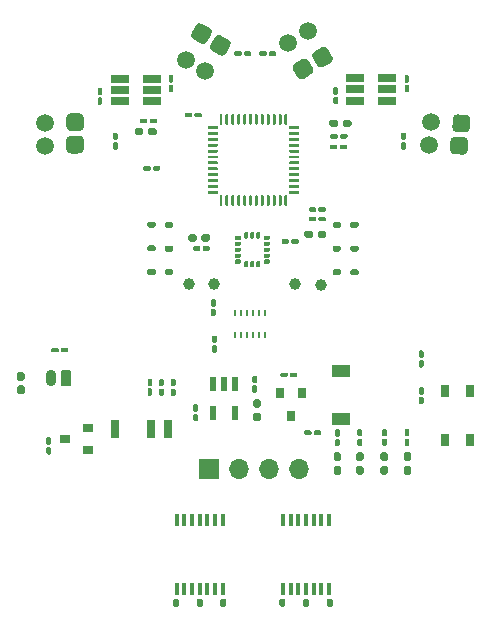
<source format=gts>
G04 #@! TF.GenerationSoftware,KiCad,Pcbnew,(5.1.7)-1*
G04 #@! TF.CreationDate,2021-02-27T16:19:37+09:00*
G04 #@! TF.ProjectId,lapis,6c617069-732e-46b6-9963-61645f706362,rev?*
G04 #@! TF.SameCoordinates,Original*
G04 #@! TF.FileFunction,Soldermask,Top*
G04 #@! TF.FilePolarity,Negative*
%FSLAX46Y46*%
G04 Gerber Fmt 4.6, Leading zero omitted, Abs format (unit mm)*
G04 Created by KiCad (PCBNEW (5.1.7)-1) date 2021-02-27 16:19:37*
%MOMM*%
%LPD*%
G01*
G04 APERTURE LIST*
%ADD10R,0.650000X1.050000*%
%ADD11C,1.500000*%
%ADD12R,0.450000X1.000000*%
%ADD13R,0.250000X0.500000*%
%ADD14R,0.600000X1.200000*%
%ADD15R,0.700000X1.500000*%
%ADD16C,1.000000*%
%ADD17R,0.800000X0.900000*%
%ADD18R,0.900000X0.800000*%
%ADD19R,1.560000X0.650000*%
%ADD20R,1.600000X1.000000*%
%ADD21O,1.700000X1.700000*%
%ADD22R,1.700000X1.700000*%
%ADD23O,0.900000X1.400000*%
G04 APERTURE END LIST*
D10*
X161525000Y-119875000D03*
X161525000Y-115725000D03*
X163675000Y-119875000D03*
X163675000Y-115725000D03*
D11*
X160161547Y-94911355D03*
G36*
G01*
X163462631Y-94651403D02*
X163436456Y-95400946D01*
G75*
G02*
X163048597Y-95762631I-374772J13087D01*
G01*
X162299054Y-95736456D01*
G75*
G02*
X161937369Y-95348597I13087J374772D01*
G01*
X161963544Y-94599054D01*
G75*
G02*
X162351403Y-94237369I374772J-13087D01*
G01*
X163100946Y-94263544D01*
G75*
G02*
X163462631Y-94651403I-13087J-374772D01*
G01*
G37*
G36*
G01*
X150199760Y-88962020D02*
X149550240Y-89337020D01*
G75*
G02*
X149037980Y-89199760I-187500J324760D01*
G01*
X148662980Y-88550240D01*
G75*
G02*
X148800240Y-88037980I324760J187500D01*
G01*
X149449760Y-87662980D01*
G75*
G02*
X149962020Y-87800240I187500J-324760D01*
G01*
X150337020Y-88449760D01*
G75*
G02*
X150199760Y-88962020I-324760J-187500D01*
G01*
G37*
X148230000Y-86300295D03*
X141230000Y-88699705D03*
G36*
G01*
X142550240Y-85662980D02*
X143199760Y-86037980D01*
G75*
G02*
X143337020Y-86550240I-187500J-324760D01*
G01*
X142962020Y-87199760D01*
G75*
G02*
X142449760Y-87337020I-324760J187500D01*
G01*
X141800240Y-86962020D01*
G75*
G02*
X141662980Y-86449760I187500J324760D01*
G01*
X142037980Y-85800240D01*
G75*
G02*
X142550240Y-85662980I324760J-187500D01*
G01*
G37*
X127661547Y-94988645D03*
G36*
G01*
X130936456Y-94499054D02*
X130962631Y-95248597D01*
G75*
G02*
X130600946Y-95636456I-374772J-13087D01*
G01*
X129851403Y-95662631D01*
G75*
G02*
X129463544Y-95300946I-13087J374772D01*
G01*
X129437369Y-94551403D01*
G75*
G02*
X129799054Y-94163544I374772J13087D01*
G01*
X130548597Y-94137369D01*
G75*
G02*
X130936456Y-94499054I13087J-374772D01*
G01*
G37*
G36*
G01*
X130936456Y-92599054D02*
X130962631Y-93348597D01*
G75*
G02*
X130600946Y-93736456I-374772J-13087D01*
G01*
X129851403Y-93762631D01*
G75*
G02*
X129463544Y-93400946I-13087J374772D01*
G01*
X129437369Y-92651403D01*
G75*
G02*
X129799054Y-92263544I374772J13087D01*
G01*
X130548597Y-92237369D01*
G75*
G02*
X130936456Y-92599054I13087J-374772D01*
G01*
G37*
X127661547Y-93088645D03*
G36*
G01*
X151844760Y-87957020D02*
X151195240Y-88332020D01*
G75*
G02*
X150682980Y-88194760I-187500J324760D01*
G01*
X150307980Y-87545240D01*
G75*
G02*
X150445240Y-87032980I324760J187500D01*
G01*
X151094760Y-86657980D01*
G75*
G02*
X151607020Y-86795240I187500J-324760D01*
G01*
X151982020Y-87444760D01*
G75*
G02*
X151844760Y-87957020I-324760J-187500D01*
G01*
G37*
X149875000Y-85295295D03*
X139630000Y-87699705D03*
G36*
G01*
X140950240Y-84662980D02*
X141599760Y-85037980D01*
G75*
G02*
X141737020Y-85550240I-187500J-324760D01*
G01*
X141362020Y-86199760D01*
G75*
G02*
X140849760Y-86337020I-324760J187500D01*
G01*
X140200240Y-85962020D01*
G75*
G02*
X140062980Y-85449760I187500J324760D01*
G01*
X140437980Y-84800240D01*
G75*
G02*
X140950240Y-84662980I324760J-187500D01*
G01*
G37*
X160361547Y-93011355D03*
G36*
G01*
X163662631Y-92751403D02*
X163636456Y-93500946D01*
G75*
G02*
X163248597Y-93862631I-374772J13087D01*
G01*
X162499054Y-93836456D01*
G75*
G02*
X162137369Y-93448597I13087J374772D01*
G01*
X162163544Y-92699054D01*
G75*
G02*
X162551403Y-92337369I374772J-13087D01*
G01*
X163300946Y-92363544D01*
G75*
G02*
X163662631Y-92751403I-13087J-374772D01*
G01*
G37*
D12*
X151700000Y-132538000D03*
X151050000Y-132538000D03*
X150400000Y-132538000D03*
X149750000Y-132538000D03*
X149100000Y-132538000D03*
X148450000Y-132538000D03*
X147800000Y-132538000D03*
X147800000Y-126662000D03*
X148450000Y-126662000D03*
X149100000Y-126662000D03*
X149750000Y-126662000D03*
X150400000Y-126662000D03*
X151050000Y-126662000D03*
X151700000Y-126662000D03*
X142700000Y-132538000D03*
X142050000Y-132538000D03*
X141400000Y-132538000D03*
X140750000Y-132538000D03*
X140100000Y-132538000D03*
X139450000Y-132538000D03*
X138800000Y-132538000D03*
X138800000Y-126662000D03*
X139450000Y-126662000D03*
X140100000Y-126662000D03*
X140750000Y-126662000D03*
X141400000Y-126662000D03*
X142050000Y-126662000D03*
X142700000Y-126662000D03*
D13*
X143740000Y-109140000D03*
X144240000Y-109140000D03*
X144740000Y-109140000D03*
X145240000Y-109140000D03*
X145740000Y-109140000D03*
X146240000Y-109140000D03*
X146240000Y-111040000D03*
X145740000Y-111040000D03*
X145240000Y-111040000D03*
X144740000Y-111040000D03*
X144240000Y-111040000D03*
X143740000Y-111040000D03*
D14*
X143750000Y-117650000D03*
X141850000Y-117650000D03*
X141850000Y-115150000D03*
X142800000Y-115150000D03*
X143750000Y-115150000D03*
D15*
X138090000Y-118980000D03*
X136590000Y-118980000D03*
X133590000Y-118980000D03*
G36*
G01*
X152240000Y-122090000D02*
X152560000Y-122090000D01*
G75*
G02*
X152720000Y-122250000I0J-160000D01*
G01*
X152720000Y-122695000D01*
G75*
G02*
X152560000Y-122855000I-160000J0D01*
G01*
X152240000Y-122855000D01*
G75*
G02*
X152080000Y-122695000I0J160000D01*
G01*
X152080000Y-122250000D01*
G75*
G02*
X152240000Y-122090000I160000J0D01*
G01*
G37*
G36*
G01*
X152240000Y-120945000D02*
X152560000Y-120945000D01*
G75*
G02*
X152720000Y-121105000I0J-160000D01*
G01*
X152720000Y-121550000D01*
G75*
G02*
X152560000Y-121710000I-160000J0D01*
G01*
X152240000Y-121710000D01*
G75*
G02*
X152080000Y-121550000I0J160000D01*
G01*
X152080000Y-121105000D01*
G75*
G02*
X152240000Y-120945000I160000J0D01*
G01*
G37*
G36*
G01*
X140110000Y-92300000D02*
X140110000Y-92500000D01*
G75*
G02*
X140010000Y-92600000I-100000J0D01*
G01*
X139575000Y-92600000D01*
G75*
G02*
X139475000Y-92500000I0J100000D01*
G01*
X139475000Y-92300000D01*
G75*
G02*
X139575000Y-92200000I100000J0D01*
G01*
X140010000Y-92200000D01*
G75*
G02*
X140110000Y-92300000I0J-100000D01*
G01*
G37*
G36*
G01*
X140925000Y-92300000D02*
X140925000Y-92500000D01*
G75*
G02*
X140825000Y-92600000I-100000J0D01*
G01*
X140390000Y-92600000D01*
G75*
G02*
X140290000Y-92500000I0J100000D01*
G01*
X140290000Y-92300000D01*
G75*
G02*
X140390000Y-92200000I100000J0D01*
G01*
X140825000Y-92200000D01*
G75*
G02*
X140925000Y-92300000I0J-100000D01*
G01*
G37*
G36*
G01*
X152590000Y-95200000D02*
X152590000Y-95000000D01*
G75*
G02*
X152690000Y-94900000I100000J0D01*
G01*
X153125000Y-94900000D01*
G75*
G02*
X153225000Y-95000000I0J-100000D01*
G01*
X153225000Y-95200000D01*
G75*
G02*
X153125000Y-95300000I-100000J0D01*
G01*
X152690000Y-95300000D01*
G75*
G02*
X152590000Y-95200000I0J100000D01*
G01*
G37*
G36*
G01*
X151775000Y-95200000D02*
X151775000Y-95000000D01*
G75*
G02*
X151875000Y-94900000I100000J0D01*
G01*
X152310000Y-94900000D01*
G75*
G02*
X152410000Y-95000000I0J-100000D01*
G01*
X152410000Y-95200000D01*
G75*
G02*
X152310000Y-95300000I-100000J0D01*
G01*
X151875000Y-95300000D01*
G75*
G02*
X151775000Y-95200000I0J100000D01*
G01*
G37*
G36*
G01*
X144525000Y-102762500D02*
X144525000Y-102387500D01*
G75*
G02*
X144612500Y-102300000I87500J0D01*
G01*
X144787500Y-102300000D01*
G75*
G02*
X144875000Y-102387500I0J-87500D01*
G01*
X144875000Y-102762500D01*
G75*
G02*
X144787500Y-102850000I-87500J0D01*
G01*
X144612500Y-102850000D01*
G75*
G02*
X144525000Y-102762500I0J87500D01*
G01*
G37*
G36*
G01*
X145025000Y-102762500D02*
X145025000Y-102387500D01*
G75*
G02*
X145112500Y-102300000I87500J0D01*
G01*
X145287500Y-102300000D01*
G75*
G02*
X145375000Y-102387500I0J-87500D01*
G01*
X145375000Y-102762500D01*
G75*
G02*
X145287500Y-102850000I-87500J0D01*
G01*
X145112500Y-102850000D01*
G75*
G02*
X145025000Y-102762500I0J87500D01*
G01*
G37*
G36*
G01*
X145525000Y-102762500D02*
X145525000Y-102387500D01*
G75*
G02*
X145612500Y-102300000I87500J0D01*
G01*
X145787500Y-102300000D01*
G75*
G02*
X145875000Y-102387500I0J-87500D01*
G01*
X145875000Y-102762500D01*
G75*
G02*
X145787500Y-102850000I-87500J0D01*
G01*
X145612500Y-102850000D01*
G75*
G02*
X145525000Y-102762500I0J87500D01*
G01*
G37*
G36*
G01*
X146150000Y-102887500D02*
X146150000Y-102712500D01*
G75*
G02*
X146237500Y-102625000I87500J0D01*
G01*
X146612500Y-102625000D01*
G75*
G02*
X146700000Y-102712500I0J-87500D01*
G01*
X146700000Y-102887500D01*
G75*
G02*
X146612500Y-102975000I-87500J0D01*
G01*
X146237500Y-102975000D01*
G75*
G02*
X146150000Y-102887500I0J87500D01*
G01*
G37*
G36*
G01*
X146150000Y-103387500D02*
X146150000Y-103212500D01*
G75*
G02*
X146237500Y-103125000I87500J0D01*
G01*
X146612500Y-103125000D01*
G75*
G02*
X146700000Y-103212500I0J-87500D01*
G01*
X146700000Y-103387500D01*
G75*
G02*
X146612500Y-103475000I-87500J0D01*
G01*
X146237500Y-103475000D01*
G75*
G02*
X146150000Y-103387500I0J87500D01*
G01*
G37*
G36*
G01*
X146150000Y-103887500D02*
X146150000Y-103712500D01*
G75*
G02*
X146237500Y-103625000I87500J0D01*
G01*
X146612500Y-103625000D01*
G75*
G02*
X146700000Y-103712500I0J-87500D01*
G01*
X146700000Y-103887500D01*
G75*
G02*
X146612500Y-103975000I-87500J0D01*
G01*
X146237500Y-103975000D01*
G75*
G02*
X146150000Y-103887500I0J87500D01*
G01*
G37*
G36*
G01*
X146150000Y-104387500D02*
X146150000Y-104212500D01*
G75*
G02*
X146237500Y-104125000I87500J0D01*
G01*
X146612500Y-104125000D01*
G75*
G02*
X146700000Y-104212500I0J-87500D01*
G01*
X146700000Y-104387500D01*
G75*
G02*
X146612500Y-104475000I-87500J0D01*
G01*
X146237500Y-104475000D01*
G75*
G02*
X146150000Y-104387500I0J87500D01*
G01*
G37*
G36*
G01*
X146150000Y-104887500D02*
X146150000Y-104712500D01*
G75*
G02*
X146237500Y-104625000I87500J0D01*
G01*
X146612500Y-104625000D01*
G75*
G02*
X146700000Y-104712500I0J-87500D01*
G01*
X146700000Y-104887500D01*
G75*
G02*
X146612500Y-104975000I-87500J0D01*
G01*
X146237500Y-104975000D01*
G75*
G02*
X146150000Y-104887500I0J87500D01*
G01*
G37*
G36*
G01*
X145525000Y-105212500D02*
X145525000Y-104837500D01*
G75*
G02*
X145612500Y-104750000I87500J0D01*
G01*
X145787500Y-104750000D01*
G75*
G02*
X145875000Y-104837500I0J-87500D01*
G01*
X145875000Y-105212500D01*
G75*
G02*
X145787500Y-105300000I-87500J0D01*
G01*
X145612500Y-105300000D01*
G75*
G02*
X145525000Y-105212500I0J87500D01*
G01*
G37*
G36*
G01*
X145025000Y-105212500D02*
X145025000Y-104837500D01*
G75*
G02*
X145112500Y-104750000I87500J0D01*
G01*
X145287500Y-104750000D01*
G75*
G02*
X145375000Y-104837500I0J-87500D01*
G01*
X145375000Y-105212500D01*
G75*
G02*
X145287500Y-105300000I-87500J0D01*
G01*
X145112500Y-105300000D01*
G75*
G02*
X145025000Y-105212500I0J87500D01*
G01*
G37*
G36*
G01*
X144525000Y-105212500D02*
X144525000Y-104837500D01*
G75*
G02*
X144612500Y-104750000I87500J0D01*
G01*
X144787500Y-104750000D01*
G75*
G02*
X144875000Y-104837500I0J-87500D01*
G01*
X144875000Y-105212500D01*
G75*
G02*
X144787500Y-105300000I-87500J0D01*
G01*
X144612500Y-105300000D01*
G75*
G02*
X144525000Y-105212500I0J87500D01*
G01*
G37*
G36*
G01*
X143700000Y-104887500D02*
X143700000Y-104712500D01*
G75*
G02*
X143787500Y-104625000I87500J0D01*
G01*
X144162500Y-104625000D01*
G75*
G02*
X144250000Y-104712500I0J-87500D01*
G01*
X144250000Y-104887500D01*
G75*
G02*
X144162500Y-104975000I-87500J0D01*
G01*
X143787500Y-104975000D01*
G75*
G02*
X143700000Y-104887500I0J87500D01*
G01*
G37*
G36*
G01*
X143700000Y-104387500D02*
X143700000Y-104212500D01*
G75*
G02*
X143787500Y-104125000I87500J0D01*
G01*
X144162500Y-104125000D01*
G75*
G02*
X144250000Y-104212500I0J-87500D01*
G01*
X144250000Y-104387500D01*
G75*
G02*
X144162500Y-104475000I-87500J0D01*
G01*
X143787500Y-104475000D01*
G75*
G02*
X143700000Y-104387500I0J87500D01*
G01*
G37*
G36*
G01*
X143700000Y-103887500D02*
X143700000Y-103712500D01*
G75*
G02*
X143787500Y-103625000I87500J0D01*
G01*
X144162500Y-103625000D01*
G75*
G02*
X144250000Y-103712500I0J-87500D01*
G01*
X144250000Y-103887500D01*
G75*
G02*
X144162500Y-103975000I-87500J0D01*
G01*
X143787500Y-103975000D01*
G75*
G02*
X143700000Y-103887500I0J87500D01*
G01*
G37*
G36*
G01*
X143700000Y-103387500D02*
X143700000Y-103212500D01*
G75*
G02*
X143787500Y-103125000I87500J0D01*
G01*
X144162500Y-103125000D01*
G75*
G02*
X144250000Y-103212500I0J-87500D01*
G01*
X144250000Y-103387500D01*
G75*
G02*
X144162500Y-103475000I-87500J0D01*
G01*
X143787500Y-103475000D01*
G75*
G02*
X143700000Y-103387500I0J87500D01*
G01*
G37*
G36*
G01*
X143700000Y-102887500D02*
X143700000Y-102712500D01*
G75*
G02*
X143787500Y-102625000I87500J0D01*
G01*
X144162500Y-102625000D01*
G75*
G02*
X144250000Y-102712500I0J-87500D01*
G01*
X144250000Y-102887500D01*
G75*
G02*
X144162500Y-102975000I-87500J0D01*
G01*
X143787500Y-102975000D01*
G75*
G02*
X143700000Y-102887500I0J87500D01*
G01*
G37*
G36*
G01*
X142425000Y-93137500D02*
X142425000Y-92387500D01*
G75*
G02*
X142487500Y-92325000I62500J0D01*
G01*
X142612500Y-92325000D01*
G75*
G02*
X142675000Y-92387500I0J-62500D01*
G01*
X142675000Y-93137500D01*
G75*
G02*
X142612500Y-93200000I-62500J0D01*
G01*
X142487500Y-93200000D01*
G75*
G02*
X142425000Y-93137500I0J62500D01*
G01*
G37*
G36*
G01*
X142925000Y-93137500D02*
X142925000Y-92387500D01*
G75*
G02*
X142987500Y-92325000I62500J0D01*
G01*
X143112500Y-92325000D01*
G75*
G02*
X143175000Y-92387500I0J-62500D01*
G01*
X143175000Y-93137500D01*
G75*
G02*
X143112500Y-93200000I-62500J0D01*
G01*
X142987500Y-93200000D01*
G75*
G02*
X142925000Y-93137500I0J62500D01*
G01*
G37*
G36*
G01*
X143425000Y-93137500D02*
X143425000Y-92387500D01*
G75*
G02*
X143487500Y-92325000I62500J0D01*
G01*
X143612500Y-92325000D01*
G75*
G02*
X143675000Y-92387500I0J-62500D01*
G01*
X143675000Y-93137500D01*
G75*
G02*
X143612500Y-93200000I-62500J0D01*
G01*
X143487500Y-93200000D01*
G75*
G02*
X143425000Y-93137500I0J62500D01*
G01*
G37*
G36*
G01*
X143925000Y-93137500D02*
X143925000Y-92387500D01*
G75*
G02*
X143987500Y-92325000I62500J0D01*
G01*
X144112500Y-92325000D01*
G75*
G02*
X144175000Y-92387500I0J-62500D01*
G01*
X144175000Y-93137500D01*
G75*
G02*
X144112500Y-93200000I-62500J0D01*
G01*
X143987500Y-93200000D01*
G75*
G02*
X143925000Y-93137500I0J62500D01*
G01*
G37*
G36*
G01*
X144425000Y-93137500D02*
X144425000Y-92387500D01*
G75*
G02*
X144487500Y-92325000I62500J0D01*
G01*
X144612500Y-92325000D01*
G75*
G02*
X144675000Y-92387500I0J-62500D01*
G01*
X144675000Y-93137500D01*
G75*
G02*
X144612500Y-93200000I-62500J0D01*
G01*
X144487500Y-93200000D01*
G75*
G02*
X144425000Y-93137500I0J62500D01*
G01*
G37*
G36*
G01*
X144925000Y-93137500D02*
X144925000Y-92387500D01*
G75*
G02*
X144987500Y-92325000I62500J0D01*
G01*
X145112500Y-92325000D01*
G75*
G02*
X145175000Y-92387500I0J-62500D01*
G01*
X145175000Y-93137500D01*
G75*
G02*
X145112500Y-93200000I-62500J0D01*
G01*
X144987500Y-93200000D01*
G75*
G02*
X144925000Y-93137500I0J62500D01*
G01*
G37*
G36*
G01*
X145425000Y-93137500D02*
X145425000Y-92387500D01*
G75*
G02*
X145487500Y-92325000I62500J0D01*
G01*
X145612500Y-92325000D01*
G75*
G02*
X145675000Y-92387500I0J-62500D01*
G01*
X145675000Y-93137500D01*
G75*
G02*
X145612500Y-93200000I-62500J0D01*
G01*
X145487500Y-93200000D01*
G75*
G02*
X145425000Y-93137500I0J62500D01*
G01*
G37*
G36*
G01*
X145925000Y-93137500D02*
X145925000Y-92387500D01*
G75*
G02*
X145987500Y-92325000I62500J0D01*
G01*
X146112500Y-92325000D01*
G75*
G02*
X146175000Y-92387500I0J-62500D01*
G01*
X146175000Y-93137500D01*
G75*
G02*
X146112500Y-93200000I-62500J0D01*
G01*
X145987500Y-93200000D01*
G75*
G02*
X145925000Y-93137500I0J62500D01*
G01*
G37*
G36*
G01*
X146425000Y-93137500D02*
X146425000Y-92387500D01*
G75*
G02*
X146487500Y-92325000I62500J0D01*
G01*
X146612500Y-92325000D01*
G75*
G02*
X146675000Y-92387500I0J-62500D01*
G01*
X146675000Y-93137500D01*
G75*
G02*
X146612500Y-93200000I-62500J0D01*
G01*
X146487500Y-93200000D01*
G75*
G02*
X146425000Y-93137500I0J62500D01*
G01*
G37*
G36*
G01*
X146925000Y-93137500D02*
X146925000Y-92387500D01*
G75*
G02*
X146987500Y-92325000I62500J0D01*
G01*
X147112500Y-92325000D01*
G75*
G02*
X147175000Y-92387500I0J-62500D01*
G01*
X147175000Y-93137500D01*
G75*
G02*
X147112500Y-93200000I-62500J0D01*
G01*
X146987500Y-93200000D01*
G75*
G02*
X146925000Y-93137500I0J62500D01*
G01*
G37*
G36*
G01*
X147425000Y-93137500D02*
X147425000Y-92387500D01*
G75*
G02*
X147487500Y-92325000I62500J0D01*
G01*
X147612500Y-92325000D01*
G75*
G02*
X147675000Y-92387500I0J-62500D01*
G01*
X147675000Y-93137500D01*
G75*
G02*
X147612500Y-93200000I-62500J0D01*
G01*
X147487500Y-93200000D01*
G75*
G02*
X147425000Y-93137500I0J62500D01*
G01*
G37*
G36*
G01*
X147925000Y-93137500D02*
X147925000Y-92387500D01*
G75*
G02*
X147987500Y-92325000I62500J0D01*
G01*
X148112500Y-92325000D01*
G75*
G02*
X148175000Y-92387500I0J-62500D01*
G01*
X148175000Y-93137500D01*
G75*
G02*
X148112500Y-93200000I-62500J0D01*
G01*
X147987500Y-93200000D01*
G75*
G02*
X147925000Y-93137500I0J62500D01*
G01*
G37*
G36*
G01*
X148300000Y-93512500D02*
X148300000Y-93387500D01*
G75*
G02*
X148362500Y-93325000I62500J0D01*
G01*
X149112500Y-93325000D01*
G75*
G02*
X149175000Y-93387500I0J-62500D01*
G01*
X149175000Y-93512500D01*
G75*
G02*
X149112500Y-93575000I-62500J0D01*
G01*
X148362500Y-93575000D01*
G75*
G02*
X148300000Y-93512500I0J62500D01*
G01*
G37*
G36*
G01*
X148300000Y-94012500D02*
X148300000Y-93887500D01*
G75*
G02*
X148362500Y-93825000I62500J0D01*
G01*
X149112500Y-93825000D01*
G75*
G02*
X149175000Y-93887500I0J-62500D01*
G01*
X149175000Y-94012500D01*
G75*
G02*
X149112500Y-94075000I-62500J0D01*
G01*
X148362500Y-94075000D01*
G75*
G02*
X148300000Y-94012500I0J62500D01*
G01*
G37*
G36*
G01*
X148300000Y-94512500D02*
X148300000Y-94387500D01*
G75*
G02*
X148362500Y-94325000I62500J0D01*
G01*
X149112500Y-94325000D01*
G75*
G02*
X149175000Y-94387500I0J-62500D01*
G01*
X149175000Y-94512500D01*
G75*
G02*
X149112500Y-94575000I-62500J0D01*
G01*
X148362500Y-94575000D01*
G75*
G02*
X148300000Y-94512500I0J62500D01*
G01*
G37*
G36*
G01*
X148300000Y-95012500D02*
X148300000Y-94887500D01*
G75*
G02*
X148362500Y-94825000I62500J0D01*
G01*
X149112500Y-94825000D01*
G75*
G02*
X149175000Y-94887500I0J-62500D01*
G01*
X149175000Y-95012500D01*
G75*
G02*
X149112500Y-95075000I-62500J0D01*
G01*
X148362500Y-95075000D01*
G75*
G02*
X148300000Y-95012500I0J62500D01*
G01*
G37*
G36*
G01*
X148300000Y-95512500D02*
X148300000Y-95387500D01*
G75*
G02*
X148362500Y-95325000I62500J0D01*
G01*
X149112500Y-95325000D01*
G75*
G02*
X149175000Y-95387500I0J-62500D01*
G01*
X149175000Y-95512500D01*
G75*
G02*
X149112500Y-95575000I-62500J0D01*
G01*
X148362500Y-95575000D01*
G75*
G02*
X148300000Y-95512500I0J62500D01*
G01*
G37*
G36*
G01*
X148300000Y-96012500D02*
X148300000Y-95887500D01*
G75*
G02*
X148362500Y-95825000I62500J0D01*
G01*
X149112500Y-95825000D01*
G75*
G02*
X149175000Y-95887500I0J-62500D01*
G01*
X149175000Y-96012500D01*
G75*
G02*
X149112500Y-96075000I-62500J0D01*
G01*
X148362500Y-96075000D01*
G75*
G02*
X148300000Y-96012500I0J62500D01*
G01*
G37*
G36*
G01*
X148300000Y-96512500D02*
X148300000Y-96387500D01*
G75*
G02*
X148362500Y-96325000I62500J0D01*
G01*
X149112500Y-96325000D01*
G75*
G02*
X149175000Y-96387500I0J-62500D01*
G01*
X149175000Y-96512500D01*
G75*
G02*
X149112500Y-96575000I-62500J0D01*
G01*
X148362500Y-96575000D01*
G75*
G02*
X148300000Y-96512500I0J62500D01*
G01*
G37*
G36*
G01*
X148300000Y-97012500D02*
X148300000Y-96887500D01*
G75*
G02*
X148362500Y-96825000I62500J0D01*
G01*
X149112500Y-96825000D01*
G75*
G02*
X149175000Y-96887500I0J-62500D01*
G01*
X149175000Y-97012500D01*
G75*
G02*
X149112500Y-97075000I-62500J0D01*
G01*
X148362500Y-97075000D01*
G75*
G02*
X148300000Y-97012500I0J62500D01*
G01*
G37*
G36*
G01*
X148300000Y-97512500D02*
X148300000Y-97387500D01*
G75*
G02*
X148362500Y-97325000I62500J0D01*
G01*
X149112500Y-97325000D01*
G75*
G02*
X149175000Y-97387500I0J-62500D01*
G01*
X149175000Y-97512500D01*
G75*
G02*
X149112500Y-97575000I-62500J0D01*
G01*
X148362500Y-97575000D01*
G75*
G02*
X148300000Y-97512500I0J62500D01*
G01*
G37*
G36*
G01*
X148300000Y-98012500D02*
X148300000Y-97887500D01*
G75*
G02*
X148362500Y-97825000I62500J0D01*
G01*
X149112500Y-97825000D01*
G75*
G02*
X149175000Y-97887500I0J-62500D01*
G01*
X149175000Y-98012500D01*
G75*
G02*
X149112500Y-98075000I-62500J0D01*
G01*
X148362500Y-98075000D01*
G75*
G02*
X148300000Y-98012500I0J62500D01*
G01*
G37*
G36*
G01*
X148300000Y-98512500D02*
X148300000Y-98387500D01*
G75*
G02*
X148362500Y-98325000I62500J0D01*
G01*
X149112500Y-98325000D01*
G75*
G02*
X149175000Y-98387500I0J-62500D01*
G01*
X149175000Y-98512500D01*
G75*
G02*
X149112500Y-98575000I-62500J0D01*
G01*
X148362500Y-98575000D01*
G75*
G02*
X148300000Y-98512500I0J62500D01*
G01*
G37*
G36*
G01*
X148300000Y-99012500D02*
X148300000Y-98887500D01*
G75*
G02*
X148362500Y-98825000I62500J0D01*
G01*
X149112500Y-98825000D01*
G75*
G02*
X149175000Y-98887500I0J-62500D01*
G01*
X149175000Y-99012500D01*
G75*
G02*
X149112500Y-99075000I-62500J0D01*
G01*
X148362500Y-99075000D01*
G75*
G02*
X148300000Y-99012500I0J62500D01*
G01*
G37*
G36*
G01*
X147925000Y-100012500D02*
X147925000Y-99262500D01*
G75*
G02*
X147987500Y-99200000I62500J0D01*
G01*
X148112500Y-99200000D01*
G75*
G02*
X148175000Y-99262500I0J-62500D01*
G01*
X148175000Y-100012500D01*
G75*
G02*
X148112500Y-100075000I-62500J0D01*
G01*
X147987500Y-100075000D01*
G75*
G02*
X147925000Y-100012500I0J62500D01*
G01*
G37*
G36*
G01*
X147425000Y-100012500D02*
X147425000Y-99262500D01*
G75*
G02*
X147487500Y-99200000I62500J0D01*
G01*
X147612500Y-99200000D01*
G75*
G02*
X147675000Y-99262500I0J-62500D01*
G01*
X147675000Y-100012500D01*
G75*
G02*
X147612500Y-100075000I-62500J0D01*
G01*
X147487500Y-100075000D01*
G75*
G02*
X147425000Y-100012500I0J62500D01*
G01*
G37*
G36*
G01*
X146925000Y-100012500D02*
X146925000Y-99262500D01*
G75*
G02*
X146987500Y-99200000I62500J0D01*
G01*
X147112500Y-99200000D01*
G75*
G02*
X147175000Y-99262500I0J-62500D01*
G01*
X147175000Y-100012500D01*
G75*
G02*
X147112500Y-100075000I-62500J0D01*
G01*
X146987500Y-100075000D01*
G75*
G02*
X146925000Y-100012500I0J62500D01*
G01*
G37*
G36*
G01*
X146425000Y-100012500D02*
X146425000Y-99262500D01*
G75*
G02*
X146487500Y-99200000I62500J0D01*
G01*
X146612500Y-99200000D01*
G75*
G02*
X146675000Y-99262500I0J-62500D01*
G01*
X146675000Y-100012500D01*
G75*
G02*
X146612500Y-100075000I-62500J0D01*
G01*
X146487500Y-100075000D01*
G75*
G02*
X146425000Y-100012500I0J62500D01*
G01*
G37*
G36*
G01*
X145925000Y-100012500D02*
X145925000Y-99262500D01*
G75*
G02*
X145987500Y-99200000I62500J0D01*
G01*
X146112500Y-99200000D01*
G75*
G02*
X146175000Y-99262500I0J-62500D01*
G01*
X146175000Y-100012500D01*
G75*
G02*
X146112500Y-100075000I-62500J0D01*
G01*
X145987500Y-100075000D01*
G75*
G02*
X145925000Y-100012500I0J62500D01*
G01*
G37*
G36*
G01*
X145425000Y-100012500D02*
X145425000Y-99262500D01*
G75*
G02*
X145487500Y-99200000I62500J0D01*
G01*
X145612500Y-99200000D01*
G75*
G02*
X145675000Y-99262500I0J-62500D01*
G01*
X145675000Y-100012500D01*
G75*
G02*
X145612500Y-100075000I-62500J0D01*
G01*
X145487500Y-100075000D01*
G75*
G02*
X145425000Y-100012500I0J62500D01*
G01*
G37*
G36*
G01*
X144925000Y-100012500D02*
X144925000Y-99262500D01*
G75*
G02*
X144987500Y-99200000I62500J0D01*
G01*
X145112500Y-99200000D01*
G75*
G02*
X145175000Y-99262500I0J-62500D01*
G01*
X145175000Y-100012500D01*
G75*
G02*
X145112500Y-100075000I-62500J0D01*
G01*
X144987500Y-100075000D01*
G75*
G02*
X144925000Y-100012500I0J62500D01*
G01*
G37*
G36*
G01*
X144425000Y-100012500D02*
X144425000Y-99262500D01*
G75*
G02*
X144487500Y-99200000I62500J0D01*
G01*
X144612500Y-99200000D01*
G75*
G02*
X144675000Y-99262500I0J-62500D01*
G01*
X144675000Y-100012500D01*
G75*
G02*
X144612500Y-100075000I-62500J0D01*
G01*
X144487500Y-100075000D01*
G75*
G02*
X144425000Y-100012500I0J62500D01*
G01*
G37*
G36*
G01*
X143925000Y-100012500D02*
X143925000Y-99262500D01*
G75*
G02*
X143987500Y-99200000I62500J0D01*
G01*
X144112500Y-99200000D01*
G75*
G02*
X144175000Y-99262500I0J-62500D01*
G01*
X144175000Y-100012500D01*
G75*
G02*
X144112500Y-100075000I-62500J0D01*
G01*
X143987500Y-100075000D01*
G75*
G02*
X143925000Y-100012500I0J62500D01*
G01*
G37*
G36*
G01*
X143425000Y-100012500D02*
X143425000Y-99262500D01*
G75*
G02*
X143487500Y-99200000I62500J0D01*
G01*
X143612500Y-99200000D01*
G75*
G02*
X143675000Y-99262500I0J-62500D01*
G01*
X143675000Y-100012500D01*
G75*
G02*
X143612500Y-100075000I-62500J0D01*
G01*
X143487500Y-100075000D01*
G75*
G02*
X143425000Y-100012500I0J62500D01*
G01*
G37*
G36*
G01*
X142925000Y-100012500D02*
X142925000Y-99262500D01*
G75*
G02*
X142987500Y-99200000I62500J0D01*
G01*
X143112500Y-99200000D01*
G75*
G02*
X143175000Y-99262500I0J-62500D01*
G01*
X143175000Y-100012500D01*
G75*
G02*
X143112500Y-100075000I-62500J0D01*
G01*
X142987500Y-100075000D01*
G75*
G02*
X142925000Y-100012500I0J62500D01*
G01*
G37*
G36*
G01*
X142425000Y-100012500D02*
X142425000Y-99262500D01*
G75*
G02*
X142487500Y-99200000I62500J0D01*
G01*
X142612500Y-99200000D01*
G75*
G02*
X142675000Y-99262500I0J-62500D01*
G01*
X142675000Y-100012500D01*
G75*
G02*
X142612500Y-100075000I-62500J0D01*
G01*
X142487500Y-100075000D01*
G75*
G02*
X142425000Y-100012500I0J62500D01*
G01*
G37*
G36*
G01*
X141425000Y-99012500D02*
X141425000Y-98887500D01*
G75*
G02*
X141487500Y-98825000I62500J0D01*
G01*
X142237500Y-98825000D01*
G75*
G02*
X142300000Y-98887500I0J-62500D01*
G01*
X142300000Y-99012500D01*
G75*
G02*
X142237500Y-99075000I-62500J0D01*
G01*
X141487500Y-99075000D01*
G75*
G02*
X141425000Y-99012500I0J62500D01*
G01*
G37*
G36*
G01*
X141425000Y-98512500D02*
X141425000Y-98387500D01*
G75*
G02*
X141487500Y-98325000I62500J0D01*
G01*
X142237500Y-98325000D01*
G75*
G02*
X142300000Y-98387500I0J-62500D01*
G01*
X142300000Y-98512500D01*
G75*
G02*
X142237500Y-98575000I-62500J0D01*
G01*
X141487500Y-98575000D01*
G75*
G02*
X141425000Y-98512500I0J62500D01*
G01*
G37*
G36*
G01*
X141425000Y-98012500D02*
X141425000Y-97887500D01*
G75*
G02*
X141487500Y-97825000I62500J0D01*
G01*
X142237500Y-97825000D01*
G75*
G02*
X142300000Y-97887500I0J-62500D01*
G01*
X142300000Y-98012500D01*
G75*
G02*
X142237500Y-98075000I-62500J0D01*
G01*
X141487500Y-98075000D01*
G75*
G02*
X141425000Y-98012500I0J62500D01*
G01*
G37*
G36*
G01*
X141425000Y-97512500D02*
X141425000Y-97387500D01*
G75*
G02*
X141487500Y-97325000I62500J0D01*
G01*
X142237500Y-97325000D01*
G75*
G02*
X142300000Y-97387500I0J-62500D01*
G01*
X142300000Y-97512500D01*
G75*
G02*
X142237500Y-97575000I-62500J0D01*
G01*
X141487500Y-97575000D01*
G75*
G02*
X141425000Y-97512500I0J62500D01*
G01*
G37*
G36*
G01*
X141425000Y-97012500D02*
X141425000Y-96887500D01*
G75*
G02*
X141487500Y-96825000I62500J0D01*
G01*
X142237500Y-96825000D01*
G75*
G02*
X142300000Y-96887500I0J-62500D01*
G01*
X142300000Y-97012500D01*
G75*
G02*
X142237500Y-97075000I-62500J0D01*
G01*
X141487500Y-97075000D01*
G75*
G02*
X141425000Y-97012500I0J62500D01*
G01*
G37*
G36*
G01*
X141425000Y-96512500D02*
X141425000Y-96387500D01*
G75*
G02*
X141487500Y-96325000I62500J0D01*
G01*
X142237500Y-96325000D01*
G75*
G02*
X142300000Y-96387500I0J-62500D01*
G01*
X142300000Y-96512500D01*
G75*
G02*
X142237500Y-96575000I-62500J0D01*
G01*
X141487500Y-96575000D01*
G75*
G02*
X141425000Y-96512500I0J62500D01*
G01*
G37*
G36*
G01*
X141425000Y-96012500D02*
X141425000Y-95887500D01*
G75*
G02*
X141487500Y-95825000I62500J0D01*
G01*
X142237500Y-95825000D01*
G75*
G02*
X142300000Y-95887500I0J-62500D01*
G01*
X142300000Y-96012500D01*
G75*
G02*
X142237500Y-96075000I-62500J0D01*
G01*
X141487500Y-96075000D01*
G75*
G02*
X141425000Y-96012500I0J62500D01*
G01*
G37*
G36*
G01*
X141425000Y-95512500D02*
X141425000Y-95387500D01*
G75*
G02*
X141487500Y-95325000I62500J0D01*
G01*
X142237500Y-95325000D01*
G75*
G02*
X142300000Y-95387500I0J-62500D01*
G01*
X142300000Y-95512500D01*
G75*
G02*
X142237500Y-95575000I-62500J0D01*
G01*
X141487500Y-95575000D01*
G75*
G02*
X141425000Y-95512500I0J62500D01*
G01*
G37*
G36*
G01*
X141425000Y-95012500D02*
X141425000Y-94887500D01*
G75*
G02*
X141487500Y-94825000I62500J0D01*
G01*
X142237500Y-94825000D01*
G75*
G02*
X142300000Y-94887500I0J-62500D01*
G01*
X142300000Y-95012500D01*
G75*
G02*
X142237500Y-95075000I-62500J0D01*
G01*
X141487500Y-95075000D01*
G75*
G02*
X141425000Y-95012500I0J62500D01*
G01*
G37*
G36*
G01*
X141425000Y-94512500D02*
X141425000Y-94387500D01*
G75*
G02*
X141487500Y-94325000I62500J0D01*
G01*
X142237500Y-94325000D01*
G75*
G02*
X142300000Y-94387500I0J-62500D01*
G01*
X142300000Y-94512500D01*
G75*
G02*
X142237500Y-94575000I-62500J0D01*
G01*
X141487500Y-94575000D01*
G75*
G02*
X141425000Y-94512500I0J62500D01*
G01*
G37*
G36*
G01*
X141425000Y-94012500D02*
X141425000Y-93887500D01*
G75*
G02*
X141487500Y-93825000I62500J0D01*
G01*
X142237500Y-93825000D01*
G75*
G02*
X142300000Y-93887500I0J-62500D01*
G01*
X142300000Y-94012500D01*
G75*
G02*
X142237500Y-94075000I-62500J0D01*
G01*
X141487500Y-94075000D01*
G75*
G02*
X141425000Y-94012500I0J62500D01*
G01*
G37*
G36*
G01*
X141425000Y-93512500D02*
X141425000Y-93387500D01*
G75*
G02*
X141487500Y-93325000I62500J0D01*
G01*
X142237500Y-93325000D01*
G75*
G02*
X142300000Y-93387500I0J-62500D01*
G01*
X142300000Y-93512500D01*
G75*
G02*
X142237500Y-93575000I-62500J0D01*
G01*
X141487500Y-93575000D01*
G75*
G02*
X141425000Y-93512500I0J62500D01*
G01*
G37*
G36*
G01*
X137425000Y-96800000D02*
X137425000Y-97000000D01*
G75*
G02*
X137325000Y-97100000I-100000J0D01*
G01*
X136890000Y-97100000D01*
G75*
G02*
X136790000Y-97000000I0J100000D01*
G01*
X136790000Y-96800000D01*
G75*
G02*
X136890000Y-96700000I100000J0D01*
G01*
X137325000Y-96700000D01*
G75*
G02*
X137425000Y-96800000I0J-100000D01*
G01*
G37*
G36*
G01*
X136610000Y-96800000D02*
X136610000Y-97000000D01*
G75*
G02*
X136510000Y-97100000I-100000J0D01*
G01*
X136075000Y-97100000D01*
G75*
G02*
X135975000Y-97000000I0J100000D01*
G01*
X135975000Y-96800000D01*
G75*
G02*
X136075000Y-96700000I100000J0D01*
G01*
X136510000Y-96700000D01*
G75*
G02*
X136610000Y-96800000I0J-100000D01*
G01*
G37*
G36*
G01*
X152627500Y-94290000D02*
X152627500Y-94090000D01*
G75*
G02*
X152727500Y-93990000I100000J0D01*
G01*
X153162500Y-93990000D01*
G75*
G02*
X153262500Y-94090000I0J-100000D01*
G01*
X153262500Y-94290000D01*
G75*
G02*
X153162500Y-94390000I-100000J0D01*
G01*
X152727500Y-94390000D01*
G75*
G02*
X152627500Y-94290000I0J100000D01*
G01*
G37*
G36*
G01*
X151812500Y-94290000D02*
X151812500Y-94090000D01*
G75*
G02*
X151912500Y-93990000I100000J0D01*
G01*
X152347500Y-93990000D01*
G75*
G02*
X152447500Y-94090000I0J-100000D01*
G01*
X152447500Y-94290000D01*
G75*
G02*
X152347500Y-94390000I-100000J0D01*
G01*
X151912500Y-94390000D01*
G75*
G02*
X151812500Y-94290000I0J100000D01*
G01*
G37*
G36*
G01*
X149582500Y-119400000D02*
X149582500Y-119200000D01*
G75*
G02*
X149682500Y-119100000I100000J0D01*
G01*
X150117500Y-119100000D01*
G75*
G02*
X150217500Y-119200000I0J-100000D01*
G01*
X150217500Y-119400000D01*
G75*
G02*
X150117500Y-119500000I-100000J0D01*
G01*
X149682500Y-119500000D01*
G75*
G02*
X149582500Y-119400000I0J100000D01*
G01*
G37*
G36*
G01*
X150397500Y-119400000D02*
X150397500Y-119200000D01*
G75*
G02*
X150497500Y-119100000I100000J0D01*
G01*
X150932500Y-119100000D01*
G75*
G02*
X151032500Y-119200000I0J-100000D01*
G01*
X151032500Y-119400000D01*
G75*
G02*
X150932500Y-119500000I-100000J0D01*
G01*
X150497500Y-119500000D01*
G75*
G02*
X150397500Y-119400000I0J100000D01*
G01*
G37*
G36*
G01*
X156210000Y-120945000D02*
X156530000Y-120945000D01*
G75*
G02*
X156690000Y-121105000I0J-160000D01*
G01*
X156690000Y-121550000D01*
G75*
G02*
X156530000Y-121710000I-160000J0D01*
G01*
X156210000Y-121710000D01*
G75*
G02*
X156050000Y-121550000I0J160000D01*
G01*
X156050000Y-121105000D01*
G75*
G02*
X156210000Y-120945000I160000J0D01*
G01*
G37*
G36*
G01*
X156210000Y-122090000D02*
X156530000Y-122090000D01*
G75*
G02*
X156690000Y-122250000I0J-160000D01*
G01*
X156690000Y-122695000D01*
G75*
G02*
X156530000Y-122855000I-160000J0D01*
G01*
X156210000Y-122855000D01*
G75*
G02*
X156050000Y-122695000I0J160000D01*
G01*
X156050000Y-122250000D01*
G75*
G02*
X156210000Y-122090000I160000J0D01*
G01*
G37*
D16*
X148800000Y-106735000D03*
X151000000Y-106800000D03*
X141990000Y-106670000D03*
X139850000Y-106690000D03*
D17*
X148500000Y-117900000D03*
X147550000Y-115900000D03*
X149450000Y-115900000D03*
D18*
X129330000Y-119835000D03*
X131330000Y-118885000D03*
X131330000Y-120785000D03*
D19*
X153880000Y-89270000D03*
X153880000Y-90220000D03*
X153880000Y-91170000D03*
X156580000Y-91170000D03*
X156580000Y-89270000D03*
X156580000Y-90220000D03*
X136670000Y-90260000D03*
X136670000Y-89310000D03*
X136670000Y-91210000D03*
X133970000Y-91210000D03*
X133970000Y-90260000D03*
X133970000Y-89310000D03*
G36*
G01*
X149025000Y-114300000D02*
X149025000Y-114500000D01*
G75*
G02*
X148925000Y-114600000I-100000J0D01*
G01*
X148490000Y-114600000D01*
G75*
G02*
X148390000Y-114500000I0J100000D01*
G01*
X148390000Y-114300000D01*
G75*
G02*
X148490000Y-114200000I100000J0D01*
G01*
X148925000Y-114200000D01*
G75*
G02*
X149025000Y-114300000I0J-100000D01*
G01*
G37*
G36*
G01*
X148210000Y-114300000D02*
X148210000Y-114500000D01*
G75*
G02*
X148110000Y-114600000I-100000J0D01*
G01*
X147675000Y-114600000D01*
G75*
G02*
X147575000Y-114500000I0J100000D01*
G01*
X147575000Y-114300000D01*
G75*
G02*
X147675000Y-114200000I100000J0D01*
G01*
X148110000Y-114200000D01*
G75*
G02*
X148210000Y-114300000I0J-100000D01*
G01*
G37*
G36*
G01*
X159605000Y-116067500D02*
X159405000Y-116067500D01*
G75*
G02*
X159305000Y-115967500I0J100000D01*
G01*
X159305000Y-115532500D01*
G75*
G02*
X159405000Y-115432500I100000J0D01*
G01*
X159605000Y-115432500D01*
G75*
G02*
X159705000Y-115532500I0J-100000D01*
G01*
X159705000Y-115967500D01*
G75*
G02*
X159605000Y-116067500I-100000J0D01*
G01*
G37*
G36*
G01*
X159605000Y-116882500D02*
X159405000Y-116882500D01*
G75*
G02*
X159305000Y-116782500I0J100000D01*
G01*
X159305000Y-116347500D01*
G75*
G02*
X159405000Y-116247500I100000J0D01*
G01*
X159605000Y-116247500D01*
G75*
G02*
X159705000Y-116347500I0J-100000D01*
G01*
X159705000Y-116782500D01*
G75*
G02*
X159605000Y-116882500I-100000J0D01*
G01*
G37*
G36*
G01*
X152500000Y-120457500D02*
X152300000Y-120457500D01*
G75*
G02*
X152200000Y-120357500I0J100000D01*
G01*
X152200000Y-119922500D01*
G75*
G02*
X152300000Y-119822500I100000J0D01*
G01*
X152500000Y-119822500D01*
G75*
G02*
X152600000Y-119922500I0J-100000D01*
G01*
X152600000Y-120357500D01*
G75*
G02*
X152500000Y-120457500I-100000J0D01*
G01*
G37*
G36*
G01*
X152500000Y-119642500D02*
X152300000Y-119642500D01*
G75*
G02*
X152200000Y-119542500I0J100000D01*
G01*
X152200000Y-119107500D01*
G75*
G02*
X152300000Y-119007500I100000J0D01*
G01*
X152500000Y-119007500D01*
G75*
G02*
X152600000Y-119107500I0J-100000D01*
G01*
X152600000Y-119542500D01*
G75*
G02*
X152500000Y-119642500I-100000J0D01*
G01*
G37*
G36*
G01*
X154400000Y-120425000D02*
X154200000Y-120425000D01*
G75*
G02*
X154100000Y-120325000I0J100000D01*
G01*
X154100000Y-119890000D01*
G75*
G02*
X154200000Y-119790000I100000J0D01*
G01*
X154400000Y-119790000D01*
G75*
G02*
X154500000Y-119890000I0J-100000D01*
G01*
X154500000Y-120325000D01*
G75*
G02*
X154400000Y-120425000I-100000J0D01*
G01*
G37*
G36*
G01*
X154400000Y-119610000D02*
X154200000Y-119610000D01*
G75*
G02*
X154100000Y-119510000I0J100000D01*
G01*
X154100000Y-119075000D01*
G75*
G02*
X154200000Y-118975000I100000J0D01*
G01*
X154400000Y-118975000D01*
G75*
G02*
X154500000Y-119075000I0J-100000D01*
G01*
X154500000Y-119510000D01*
G75*
G02*
X154400000Y-119610000I-100000J0D01*
G01*
G37*
G36*
G01*
X156500000Y-120425000D02*
X156300000Y-120425000D01*
G75*
G02*
X156200000Y-120325000I0J100000D01*
G01*
X156200000Y-119890000D01*
G75*
G02*
X156300000Y-119790000I100000J0D01*
G01*
X156500000Y-119790000D01*
G75*
G02*
X156600000Y-119890000I0J-100000D01*
G01*
X156600000Y-120325000D01*
G75*
G02*
X156500000Y-120425000I-100000J0D01*
G01*
G37*
G36*
G01*
X156500000Y-119610000D02*
X156300000Y-119610000D01*
G75*
G02*
X156200000Y-119510000I0J100000D01*
G01*
X156200000Y-119075000D01*
G75*
G02*
X156300000Y-118975000I100000J0D01*
G01*
X156500000Y-118975000D01*
G75*
G02*
X156600000Y-119075000I0J-100000D01*
G01*
X156600000Y-119510000D01*
G75*
G02*
X156500000Y-119610000I-100000J0D01*
G01*
G37*
G36*
G01*
X158400000Y-119610000D02*
X158200000Y-119610000D01*
G75*
G02*
X158100000Y-119510000I0J100000D01*
G01*
X158100000Y-119075000D01*
G75*
G02*
X158200000Y-118975000I100000J0D01*
G01*
X158400000Y-118975000D01*
G75*
G02*
X158500000Y-119075000I0J-100000D01*
G01*
X158500000Y-119510000D01*
G75*
G02*
X158400000Y-119610000I-100000J0D01*
G01*
G37*
G36*
G01*
X158400000Y-120425000D02*
X158200000Y-120425000D01*
G75*
G02*
X158100000Y-120325000I0J100000D01*
G01*
X158100000Y-119890000D01*
G75*
G02*
X158200000Y-119790000I100000J0D01*
G01*
X158400000Y-119790000D01*
G75*
G02*
X158500000Y-119890000I0J-100000D01*
G01*
X158500000Y-120325000D01*
G75*
G02*
X158400000Y-120425000I-100000J0D01*
G01*
G37*
G36*
G01*
X152360000Y-90672500D02*
X152160000Y-90672500D01*
G75*
G02*
X152060000Y-90572500I0J100000D01*
G01*
X152060000Y-90137500D01*
G75*
G02*
X152160000Y-90037500I100000J0D01*
G01*
X152360000Y-90037500D01*
G75*
G02*
X152460000Y-90137500I0J-100000D01*
G01*
X152460000Y-90572500D01*
G75*
G02*
X152360000Y-90672500I-100000J0D01*
G01*
G37*
G36*
G01*
X152360000Y-91487500D02*
X152160000Y-91487500D01*
G75*
G02*
X152060000Y-91387500I0J100000D01*
G01*
X152060000Y-90952500D01*
G75*
G02*
X152160000Y-90852500I100000J0D01*
G01*
X152360000Y-90852500D01*
G75*
G02*
X152460000Y-90952500I0J-100000D01*
G01*
X152460000Y-91387500D01*
G75*
G02*
X152360000Y-91487500I-100000J0D01*
G01*
G37*
G36*
G01*
X128990000Y-112400000D02*
X128990000Y-112200000D01*
G75*
G02*
X129090000Y-112100000I100000J0D01*
G01*
X129525000Y-112100000D01*
G75*
G02*
X129625000Y-112200000I0J-100000D01*
G01*
X129625000Y-112400000D01*
G75*
G02*
X129525000Y-112500000I-100000J0D01*
G01*
X129090000Y-112500000D01*
G75*
G02*
X128990000Y-112400000I0J100000D01*
G01*
G37*
G36*
G01*
X128175000Y-112400000D02*
X128175000Y-112200000D01*
G75*
G02*
X128275000Y-112100000I100000J0D01*
G01*
X128710000Y-112100000D01*
G75*
G02*
X128810000Y-112200000I0J-100000D01*
G01*
X128810000Y-112400000D01*
G75*
G02*
X128710000Y-112500000I-100000J0D01*
G01*
X128275000Y-112500000D01*
G75*
G02*
X128175000Y-112400000I0J100000D01*
G01*
G37*
G36*
G01*
X137400000Y-115550000D02*
X137600000Y-115550000D01*
G75*
G02*
X137700000Y-115650000I0J-100000D01*
G01*
X137700000Y-116085000D01*
G75*
G02*
X137600000Y-116185000I-100000J0D01*
G01*
X137400000Y-116185000D01*
G75*
G02*
X137300000Y-116085000I0J100000D01*
G01*
X137300000Y-115650000D01*
G75*
G02*
X137400000Y-115550000I100000J0D01*
G01*
G37*
G36*
G01*
X137400000Y-114735000D02*
X137600000Y-114735000D01*
G75*
G02*
X137700000Y-114835000I0J-100000D01*
G01*
X137700000Y-115270000D01*
G75*
G02*
X137600000Y-115370000I-100000J0D01*
G01*
X137400000Y-115370000D01*
G75*
G02*
X137300000Y-115270000I0J100000D01*
G01*
X137300000Y-114835000D01*
G75*
G02*
X137400000Y-114735000I100000J0D01*
G01*
G37*
G36*
G01*
X136630000Y-115350000D02*
X136430000Y-115350000D01*
G75*
G02*
X136330000Y-115250000I0J100000D01*
G01*
X136330000Y-114815000D01*
G75*
G02*
X136430000Y-114715000I100000J0D01*
G01*
X136630000Y-114715000D01*
G75*
G02*
X136730000Y-114815000I0J-100000D01*
G01*
X136730000Y-115250000D01*
G75*
G02*
X136630000Y-115350000I-100000J0D01*
G01*
G37*
G36*
G01*
X136630000Y-116165000D02*
X136430000Y-116165000D01*
G75*
G02*
X136330000Y-116065000I0J100000D01*
G01*
X136330000Y-115630000D01*
G75*
G02*
X136430000Y-115530000I100000J0D01*
G01*
X136630000Y-115530000D01*
G75*
G02*
X136730000Y-115630000I0J-100000D01*
G01*
X136730000Y-116065000D01*
G75*
G02*
X136630000Y-116165000I-100000J0D01*
G01*
G37*
G36*
G01*
X128070000Y-120322500D02*
X127870000Y-120322500D01*
G75*
G02*
X127770000Y-120222500I0J100000D01*
G01*
X127770000Y-119787500D01*
G75*
G02*
X127870000Y-119687500I100000J0D01*
G01*
X128070000Y-119687500D01*
G75*
G02*
X128170000Y-119787500I0J-100000D01*
G01*
X128170000Y-120222500D01*
G75*
G02*
X128070000Y-120322500I-100000J0D01*
G01*
G37*
G36*
G01*
X128070000Y-121137500D02*
X127870000Y-121137500D01*
G75*
G02*
X127770000Y-121037500I0J100000D01*
G01*
X127770000Y-120602500D01*
G75*
G02*
X127870000Y-120502500I100000J0D01*
G01*
X128070000Y-120502500D01*
G75*
G02*
X128170000Y-120602500I0J-100000D01*
G01*
X128170000Y-121037500D01*
G75*
G02*
X128070000Y-121137500I-100000J0D01*
G01*
G37*
G36*
G01*
X144490000Y-87300000D02*
X144490000Y-87100000D01*
G75*
G02*
X144590000Y-87000000I100000J0D01*
G01*
X145025000Y-87000000D01*
G75*
G02*
X145125000Y-87100000I0J-100000D01*
G01*
X145125000Y-87300000D01*
G75*
G02*
X145025000Y-87400000I-100000J0D01*
G01*
X144590000Y-87400000D01*
G75*
G02*
X144490000Y-87300000I0J100000D01*
G01*
G37*
G36*
G01*
X143675000Y-87300000D02*
X143675000Y-87100000D01*
G75*
G02*
X143775000Y-87000000I100000J0D01*
G01*
X144210000Y-87000000D01*
G75*
G02*
X144310000Y-87100000I0J-100000D01*
G01*
X144310000Y-87300000D01*
G75*
G02*
X144210000Y-87400000I-100000J0D01*
G01*
X143775000Y-87400000D01*
G75*
G02*
X143675000Y-87300000I0J100000D01*
G01*
G37*
G36*
G01*
X133700000Y-94510000D02*
X133500000Y-94510000D01*
G75*
G02*
X133400000Y-94410000I0J100000D01*
G01*
X133400000Y-93975000D01*
G75*
G02*
X133500000Y-93875000I100000J0D01*
G01*
X133700000Y-93875000D01*
G75*
G02*
X133800000Y-93975000I0J-100000D01*
G01*
X133800000Y-94410000D01*
G75*
G02*
X133700000Y-94510000I-100000J0D01*
G01*
G37*
G36*
G01*
X133700000Y-95325000D02*
X133500000Y-95325000D01*
G75*
G02*
X133400000Y-95225000I0J100000D01*
G01*
X133400000Y-94790000D01*
G75*
G02*
X133500000Y-94690000I100000J0D01*
G01*
X133700000Y-94690000D01*
G75*
G02*
X133800000Y-94790000I0J-100000D01*
G01*
X133800000Y-95225000D01*
G75*
G02*
X133700000Y-95325000I-100000J0D01*
G01*
G37*
G36*
G01*
X158100000Y-94510000D02*
X157900000Y-94510000D01*
G75*
G02*
X157800000Y-94410000I0J100000D01*
G01*
X157800000Y-93975000D01*
G75*
G02*
X157900000Y-93875000I100000J0D01*
G01*
X158100000Y-93875000D01*
G75*
G02*
X158200000Y-93975000I0J-100000D01*
G01*
X158200000Y-94410000D01*
G75*
G02*
X158100000Y-94510000I-100000J0D01*
G01*
G37*
G36*
G01*
X158100000Y-95325000D02*
X157900000Y-95325000D01*
G75*
G02*
X157800000Y-95225000I0J100000D01*
G01*
X157800000Y-94790000D01*
G75*
G02*
X157900000Y-94690000I100000J0D01*
G01*
X158100000Y-94690000D01*
G75*
G02*
X158200000Y-94790000I0J-100000D01*
G01*
X158200000Y-95225000D01*
G75*
G02*
X158100000Y-95325000I-100000J0D01*
G01*
G37*
G36*
G01*
X146410000Y-87100000D02*
X146410000Y-87300000D01*
G75*
G02*
X146310000Y-87400000I-100000J0D01*
G01*
X145875000Y-87400000D01*
G75*
G02*
X145775000Y-87300000I0J100000D01*
G01*
X145775000Y-87100000D01*
G75*
G02*
X145875000Y-87000000I100000J0D01*
G01*
X146310000Y-87000000D01*
G75*
G02*
X146410000Y-87100000I0J-100000D01*
G01*
G37*
G36*
G01*
X147225000Y-87100000D02*
X147225000Y-87300000D01*
G75*
G02*
X147125000Y-87400000I-100000J0D01*
G01*
X146690000Y-87400000D01*
G75*
G02*
X146590000Y-87300000I0J100000D01*
G01*
X146590000Y-87100000D01*
G75*
G02*
X146690000Y-87000000I100000J0D01*
G01*
X147125000Y-87000000D01*
G75*
G02*
X147225000Y-87100000I0J-100000D01*
G01*
G37*
G36*
G01*
X132400000Y-90712500D02*
X132200000Y-90712500D01*
G75*
G02*
X132100000Y-90612500I0J100000D01*
G01*
X132100000Y-90177500D01*
G75*
G02*
X132200000Y-90077500I100000J0D01*
G01*
X132400000Y-90077500D01*
G75*
G02*
X132500000Y-90177500I0J-100000D01*
G01*
X132500000Y-90612500D01*
G75*
G02*
X132400000Y-90712500I-100000J0D01*
G01*
G37*
G36*
G01*
X132400000Y-91527500D02*
X132200000Y-91527500D01*
G75*
G02*
X132100000Y-91427500I0J100000D01*
G01*
X132100000Y-90992500D01*
G75*
G02*
X132200000Y-90892500I100000J0D01*
G01*
X132400000Y-90892500D01*
G75*
G02*
X132500000Y-90992500I0J-100000D01*
G01*
X132500000Y-91427500D01*
G75*
G02*
X132400000Y-91527500I-100000J0D01*
G01*
G37*
D20*
X152700000Y-114100000D03*
X152700000Y-118100000D03*
D21*
X149160000Y-122360000D03*
X146620000Y-122360000D03*
X144080000Y-122360000D03*
D22*
X141540000Y-122360000D03*
G36*
G01*
X138375000Y-101950000D02*
X137925000Y-101950000D01*
G75*
G02*
X137800000Y-101825000I0J125000D01*
G01*
X137800000Y-101575000D01*
G75*
G02*
X137925000Y-101450000I125000J0D01*
G01*
X138375000Y-101450000D01*
G75*
G02*
X138500000Y-101575000I0J-125000D01*
G01*
X138500000Y-101825000D01*
G75*
G02*
X138375000Y-101950000I-125000J0D01*
G01*
G37*
G36*
G01*
X138375000Y-103950000D02*
X137925000Y-103950000D01*
G75*
G02*
X137800000Y-103825000I0J125000D01*
G01*
X137800000Y-103575000D01*
G75*
G02*
X137925000Y-103450000I125000J0D01*
G01*
X138375000Y-103450000D01*
G75*
G02*
X138500000Y-103575000I0J-125000D01*
G01*
X138500000Y-103825000D01*
G75*
G02*
X138375000Y-103950000I-125000J0D01*
G01*
G37*
G36*
G01*
X138375000Y-105950000D02*
X137925000Y-105950000D01*
G75*
G02*
X137800000Y-105825000I0J125000D01*
G01*
X137800000Y-105575000D01*
G75*
G02*
X137925000Y-105450000I125000J0D01*
G01*
X138375000Y-105450000D01*
G75*
G02*
X138500000Y-105575000I0J-125000D01*
G01*
X138500000Y-105825000D01*
G75*
G02*
X138375000Y-105950000I-125000J0D01*
G01*
G37*
G36*
G01*
X136445000Y-105440000D02*
X136895000Y-105440000D01*
G75*
G02*
X137020000Y-105565000I0J-125000D01*
G01*
X137020000Y-105815000D01*
G75*
G02*
X136895000Y-105940000I-125000J0D01*
G01*
X136445000Y-105940000D01*
G75*
G02*
X136320000Y-105815000I0J125000D01*
G01*
X136320000Y-105565000D01*
G75*
G02*
X136445000Y-105440000I125000J0D01*
G01*
G37*
G36*
G01*
X136445000Y-103440000D02*
X136895000Y-103440000D01*
G75*
G02*
X137020000Y-103565000I0J-125000D01*
G01*
X137020000Y-103815000D01*
G75*
G02*
X136895000Y-103940000I-125000J0D01*
G01*
X136445000Y-103940000D01*
G75*
G02*
X136320000Y-103815000I0J125000D01*
G01*
X136320000Y-103565000D01*
G75*
G02*
X136445000Y-103440000I125000J0D01*
G01*
G37*
G36*
G01*
X136445000Y-101440000D02*
X136895000Y-101440000D01*
G75*
G02*
X137020000Y-101565000I0J-125000D01*
G01*
X137020000Y-101815000D01*
G75*
G02*
X136895000Y-101940000I-125000J0D01*
G01*
X136445000Y-101940000D01*
G75*
G02*
X136320000Y-101815000I0J125000D01*
G01*
X136320000Y-101565000D01*
G75*
G02*
X136445000Y-101440000I125000J0D01*
G01*
G37*
G36*
G01*
X138495000Y-133915000D02*
X138495000Y-133465000D01*
G75*
G02*
X138620000Y-133340000I125000J0D01*
G01*
X138870000Y-133340000D01*
G75*
G02*
X138995000Y-133465000I0J-125000D01*
G01*
X138995000Y-133915000D01*
G75*
G02*
X138870000Y-134040000I-125000J0D01*
G01*
X138620000Y-134040000D01*
G75*
G02*
X138495000Y-133915000I0J125000D01*
G01*
G37*
G36*
G01*
X140495000Y-133915000D02*
X140495000Y-133465000D01*
G75*
G02*
X140620000Y-133340000I125000J0D01*
G01*
X140870000Y-133340000D01*
G75*
G02*
X140995000Y-133465000I0J-125000D01*
G01*
X140995000Y-133915000D01*
G75*
G02*
X140870000Y-134040000I-125000J0D01*
G01*
X140620000Y-134040000D01*
G75*
G02*
X140495000Y-133915000I0J125000D01*
G01*
G37*
G36*
G01*
X142495000Y-133915000D02*
X142495000Y-133465000D01*
G75*
G02*
X142620000Y-133340000I125000J0D01*
G01*
X142870000Y-133340000D01*
G75*
G02*
X142995000Y-133465000I0J-125000D01*
G01*
X142995000Y-133915000D01*
G75*
G02*
X142870000Y-134040000I-125000J0D01*
G01*
X142620000Y-134040000D01*
G75*
G02*
X142495000Y-133915000I0J125000D01*
G01*
G37*
G36*
G01*
X154075000Y-101950000D02*
X153625000Y-101950000D01*
G75*
G02*
X153500000Y-101825000I0J125000D01*
G01*
X153500000Y-101575000D01*
G75*
G02*
X153625000Y-101450000I125000J0D01*
G01*
X154075000Y-101450000D01*
G75*
G02*
X154200000Y-101575000I0J-125000D01*
G01*
X154200000Y-101825000D01*
G75*
G02*
X154075000Y-101950000I-125000J0D01*
G01*
G37*
G36*
G01*
X154075000Y-103950000D02*
X153625000Y-103950000D01*
G75*
G02*
X153500000Y-103825000I0J125000D01*
G01*
X153500000Y-103575000D01*
G75*
G02*
X153625000Y-103450000I125000J0D01*
G01*
X154075000Y-103450000D01*
G75*
G02*
X154200000Y-103575000I0J-125000D01*
G01*
X154200000Y-103825000D01*
G75*
G02*
X154075000Y-103950000I-125000J0D01*
G01*
G37*
G36*
G01*
X154075000Y-105950000D02*
X153625000Y-105950000D01*
G75*
G02*
X153500000Y-105825000I0J125000D01*
G01*
X153500000Y-105575000D01*
G75*
G02*
X153625000Y-105450000I125000J0D01*
G01*
X154075000Y-105450000D01*
G75*
G02*
X154200000Y-105575000I0J-125000D01*
G01*
X154200000Y-105825000D01*
G75*
G02*
X154075000Y-105950000I-125000J0D01*
G01*
G37*
G36*
G01*
X151500000Y-133915000D02*
X151500000Y-133465000D01*
G75*
G02*
X151625000Y-133340000I125000J0D01*
G01*
X151875000Y-133340000D01*
G75*
G02*
X152000000Y-133465000I0J-125000D01*
G01*
X152000000Y-133915000D01*
G75*
G02*
X151875000Y-134040000I-125000J0D01*
G01*
X151625000Y-134040000D01*
G75*
G02*
X151500000Y-133915000I0J125000D01*
G01*
G37*
G36*
G01*
X149500000Y-133915000D02*
X149500000Y-133465000D01*
G75*
G02*
X149625000Y-133340000I125000J0D01*
G01*
X149875000Y-133340000D01*
G75*
G02*
X150000000Y-133465000I0J-125000D01*
G01*
X150000000Y-133915000D01*
G75*
G02*
X149875000Y-134040000I-125000J0D01*
G01*
X149625000Y-134040000D01*
G75*
G02*
X149500000Y-133915000I0J125000D01*
G01*
G37*
G36*
G01*
X147500000Y-133915000D02*
X147500000Y-133465000D01*
G75*
G02*
X147625000Y-133340000I125000J0D01*
G01*
X147875000Y-133340000D01*
G75*
G02*
X148000000Y-133465000I0J-125000D01*
G01*
X148000000Y-133915000D01*
G75*
G02*
X147875000Y-134040000I-125000J0D01*
G01*
X147625000Y-134040000D01*
G75*
G02*
X147500000Y-133915000I0J125000D01*
G01*
G37*
D23*
X128175000Y-114675000D03*
G36*
G01*
X129875000Y-114200000D02*
X129875000Y-115150000D01*
G75*
G02*
X129650000Y-115375000I-225000J0D01*
G01*
X129200000Y-115375000D01*
G75*
G02*
X128975000Y-115150000I0J225000D01*
G01*
X128975000Y-114200000D01*
G75*
G02*
X129200000Y-113975000I225000J0D01*
G01*
X129650000Y-113975000D01*
G75*
G02*
X129875000Y-114200000I0J-225000D01*
G01*
G37*
G36*
G01*
X152125000Y-105450000D02*
X152575000Y-105450000D01*
G75*
G02*
X152700000Y-105575000I0J-125000D01*
G01*
X152700000Y-105825000D01*
G75*
G02*
X152575000Y-105950000I-125000J0D01*
G01*
X152125000Y-105950000D01*
G75*
G02*
X152000000Y-105825000I0J125000D01*
G01*
X152000000Y-105575000D01*
G75*
G02*
X152125000Y-105450000I125000J0D01*
G01*
G37*
G36*
G01*
X152125000Y-103450000D02*
X152575000Y-103450000D01*
G75*
G02*
X152700000Y-103575000I0J-125000D01*
G01*
X152700000Y-103825000D01*
G75*
G02*
X152575000Y-103950000I-125000J0D01*
G01*
X152125000Y-103950000D01*
G75*
G02*
X152000000Y-103825000I0J125000D01*
G01*
X152000000Y-103575000D01*
G75*
G02*
X152125000Y-103450000I125000J0D01*
G01*
G37*
G36*
G01*
X152125000Y-101450000D02*
X152575000Y-101450000D01*
G75*
G02*
X152700000Y-101575000I0J-125000D01*
G01*
X152700000Y-101825000D01*
G75*
G02*
X152575000Y-101950000I-125000J0D01*
G01*
X152125000Y-101950000D01*
G75*
G02*
X152000000Y-101825000I0J125000D01*
G01*
X152000000Y-101575000D01*
G75*
G02*
X152125000Y-101450000I125000J0D01*
G01*
G37*
G36*
G01*
X154140000Y-120945000D02*
X154460000Y-120945000D01*
G75*
G02*
X154620000Y-121105000I0J-160000D01*
G01*
X154620000Y-121550000D01*
G75*
G02*
X154460000Y-121710000I-160000J0D01*
G01*
X154140000Y-121710000D01*
G75*
G02*
X153980000Y-121550000I0J160000D01*
G01*
X153980000Y-121105000D01*
G75*
G02*
X154140000Y-120945000I160000J0D01*
G01*
G37*
G36*
G01*
X154140000Y-122090000D02*
X154460000Y-122090000D01*
G75*
G02*
X154620000Y-122250000I0J-160000D01*
G01*
X154620000Y-122695000D01*
G75*
G02*
X154460000Y-122855000I-160000J0D01*
G01*
X154140000Y-122855000D01*
G75*
G02*
X153980000Y-122695000I0J160000D01*
G01*
X153980000Y-122250000D01*
G75*
G02*
X154140000Y-122090000I160000J0D01*
G01*
G37*
G36*
G01*
X158180000Y-122090000D02*
X158500000Y-122090000D01*
G75*
G02*
X158660000Y-122250000I0J-160000D01*
G01*
X158660000Y-122695000D01*
G75*
G02*
X158500000Y-122855000I-160000J0D01*
G01*
X158180000Y-122855000D01*
G75*
G02*
X158020000Y-122695000I0J160000D01*
G01*
X158020000Y-122250000D01*
G75*
G02*
X158180000Y-122090000I160000J0D01*
G01*
G37*
G36*
G01*
X158180000Y-120945000D02*
X158500000Y-120945000D01*
G75*
G02*
X158660000Y-121105000I0J-160000D01*
G01*
X158660000Y-121550000D01*
G75*
G02*
X158500000Y-121710000I-160000J0D01*
G01*
X158180000Y-121710000D01*
G75*
G02*
X158020000Y-121550000I0J160000D01*
G01*
X158020000Y-121105000D01*
G75*
G02*
X158180000Y-120945000I160000J0D01*
G01*
G37*
G36*
G01*
X125760000Y-114910000D02*
X125440000Y-114910000D01*
G75*
G02*
X125280000Y-114750000I0J160000D01*
G01*
X125280000Y-114305000D01*
G75*
G02*
X125440000Y-114145000I160000J0D01*
G01*
X125760000Y-114145000D01*
G75*
G02*
X125920000Y-114305000I0J-160000D01*
G01*
X125920000Y-114750000D01*
G75*
G02*
X125760000Y-114910000I-160000J0D01*
G01*
G37*
G36*
G01*
X125760000Y-116055000D02*
X125440000Y-116055000D01*
G75*
G02*
X125280000Y-115895000I0J160000D01*
G01*
X125280000Y-115450000D01*
G75*
G02*
X125440000Y-115290000I160000J0D01*
G01*
X125760000Y-115290000D01*
G75*
G02*
X125920000Y-115450000I0J-160000D01*
G01*
X125920000Y-115895000D01*
G75*
G02*
X125760000Y-116055000I-160000J0D01*
G01*
G37*
G36*
G01*
X150732500Y-102655000D02*
X150732500Y-102345000D01*
G75*
G02*
X150887500Y-102190000I155000J0D01*
G01*
X151312500Y-102190000D01*
G75*
G02*
X151467500Y-102345000I0J-155000D01*
G01*
X151467500Y-102655000D01*
G75*
G02*
X151312500Y-102810000I-155000J0D01*
G01*
X150887500Y-102810000D01*
G75*
G02*
X150732500Y-102655000I0J155000D01*
G01*
G37*
G36*
G01*
X149597500Y-102655000D02*
X149597500Y-102345000D01*
G75*
G02*
X149752500Y-102190000I155000J0D01*
G01*
X150177500Y-102190000D01*
G75*
G02*
X150332500Y-102345000I0J-155000D01*
G01*
X150332500Y-102655000D01*
G75*
G02*
X150177500Y-102810000I-155000J0D01*
G01*
X149752500Y-102810000D01*
G75*
G02*
X149597500Y-102655000I0J155000D01*
G01*
G37*
G36*
G01*
X136317500Y-92800000D02*
X136317500Y-93000000D01*
G75*
G02*
X136217500Y-93100000I-100000J0D01*
G01*
X135782500Y-93100000D01*
G75*
G02*
X135682500Y-93000000I0J100000D01*
G01*
X135682500Y-92800000D01*
G75*
G02*
X135782500Y-92700000I100000J0D01*
G01*
X136217500Y-92700000D01*
G75*
G02*
X136317500Y-92800000I0J-100000D01*
G01*
G37*
G36*
G01*
X137132500Y-92800000D02*
X137132500Y-93000000D01*
G75*
G02*
X137032500Y-93100000I-100000J0D01*
G01*
X136597500Y-93100000D01*
G75*
G02*
X136497500Y-93000000I0J100000D01*
G01*
X136497500Y-92800000D01*
G75*
G02*
X136597500Y-92700000I100000J0D01*
G01*
X137032500Y-92700000D01*
G75*
G02*
X137132500Y-92800000I0J-100000D01*
G01*
G37*
G36*
G01*
X150797500Y-100500000D02*
X150797500Y-100300000D01*
G75*
G02*
X150897500Y-100200000I100000J0D01*
G01*
X151332500Y-100200000D01*
G75*
G02*
X151432500Y-100300000I0J-100000D01*
G01*
X151432500Y-100500000D01*
G75*
G02*
X151332500Y-100600000I-100000J0D01*
G01*
X150897500Y-100600000D01*
G75*
G02*
X150797500Y-100500000I0J100000D01*
G01*
G37*
G36*
G01*
X149982500Y-100500000D02*
X149982500Y-100300000D01*
G75*
G02*
X150082500Y-100200000I100000J0D01*
G01*
X150517500Y-100200000D01*
G75*
G02*
X150617500Y-100300000I0J-100000D01*
G01*
X150617500Y-100500000D01*
G75*
G02*
X150517500Y-100600000I-100000J0D01*
G01*
X150082500Y-100600000D01*
G75*
G02*
X149982500Y-100500000I0J100000D01*
G01*
G37*
G36*
G01*
X150790000Y-101300000D02*
X150790000Y-101100000D01*
G75*
G02*
X150890000Y-101000000I100000J0D01*
G01*
X151325000Y-101000000D01*
G75*
G02*
X151425000Y-101100000I0J-100000D01*
G01*
X151425000Y-101300000D01*
G75*
G02*
X151325000Y-101400000I-100000J0D01*
G01*
X150890000Y-101400000D01*
G75*
G02*
X150790000Y-101300000I0J100000D01*
G01*
G37*
G36*
G01*
X149975000Y-101300000D02*
X149975000Y-101100000D01*
G75*
G02*
X150075000Y-101000000I100000J0D01*
G01*
X150510000Y-101000000D01*
G75*
G02*
X150610000Y-101100000I0J-100000D01*
G01*
X150610000Y-101300000D01*
G75*
G02*
X150510000Y-101400000I-100000J0D01*
G01*
X150075000Y-101400000D01*
G75*
G02*
X149975000Y-101300000I0J100000D01*
G01*
G37*
G36*
G01*
X152867500Y-93255000D02*
X152867500Y-92945000D01*
G75*
G02*
X153022500Y-92790000I155000J0D01*
G01*
X153447500Y-92790000D01*
G75*
G02*
X153602500Y-92945000I0J-155000D01*
G01*
X153602500Y-93255000D01*
G75*
G02*
X153447500Y-93410000I-155000J0D01*
G01*
X153022500Y-93410000D01*
G75*
G02*
X152867500Y-93255000I0J155000D01*
G01*
G37*
G36*
G01*
X151732500Y-93255000D02*
X151732500Y-92945000D01*
G75*
G02*
X151887500Y-92790000I155000J0D01*
G01*
X152312500Y-92790000D01*
G75*
G02*
X152467500Y-92945000I0J-155000D01*
G01*
X152467500Y-93255000D01*
G75*
G02*
X152312500Y-93410000I-155000J0D01*
G01*
X151887500Y-93410000D01*
G75*
G02*
X151732500Y-93255000I0J155000D01*
G01*
G37*
G36*
G01*
X135967500Y-93645000D02*
X135967500Y-93955000D01*
G75*
G02*
X135812500Y-94110000I-155000J0D01*
G01*
X135387500Y-94110000D01*
G75*
G02*
X135232500Y-93955000I0J155000D01*
G01*
X135232500Y-93645000D01*
G75*
G02*
X135387500Y-93490000I155000J0D01*
G01*
X135812500Y-93490000D01*
G75*
G02*
X135967500Y-93645000I0J-155000D01*
G01*
G37*
G36*
G01*
X137102500Y-93645000D02*
X137102500Y-93955000D01*
G75*
G02*
X136947500Y-94110000I-155000J0D01*
G01*
X136522500Y-94110000D01*
G75*
G02*
X136367500Y-93955000I0J155000D01*
G01*
X136367500Y-93645000D01*
G75*
G02*
X136522500Y-93490000I155000J0D01*
G01*
X136947500Y-93490000D01*
G75*
G02*
X137102500Y-93645000I0J-155000D01*
G01*
G37*
G36*
G01*
X159605000Y-112960000D02*
X159405000Y-112960000D01*
G75*
G02*
X159305000Y-112860000I0J100000D01*
G01*
X159305000Y-112425000D01*
G75*
G02*
X159405000Y-112325000I100000J0D01*
G01*
X159605000Y-112325000D01*
G75*
G02*
X159705000Y-112425000I0J-100000D01*
G01*
X159705000Y-112860000D01*
G75*
G02*
X159605000Y-112960000I-100000J0D01*
G01*
G37*
G36*
G01*
X159605000Y-113775000D02*
X159405000Y-113775000D01*
G75*
G02*
X159305000Y-113675000I0J100000D01*
G01*
X159305000Y-113240000D01*
G75*
G02*
X159405000Y-113140000I100000J0D01*
G01*
X159605000Y-113140000D01*
G75*
G02*
X159705000Y-113240000I0J-100000D01*
G01*
X159705000Y-113675000D01*
G75*
G02*
X159605000Y-113775000I-100000J0D01*
G01*
G37*
G36*
G01*
X158190000Y-89840000D02*
X158390000Y-89840000D01*
G75*
G02*
X158490000Y-89940000I0J-100000D01*
G01*
X158490000Y-90375000D01*
G75*
G02*
X158390000Y-90475000I-100000J0D01*
G01*
X158190000Y-90475000D01*
G75*
G02*
X158090000Y-90375000I0J100000D01*
G01*
X158090000Y-89940000D01*
G75*
G02*
X158190000Y-89840000I100000J0D01*
G01*
G37*
G36*
G01*
X158190000Y-89025000D02*
X158390000Y-89025000D01*
G75*
G02*
X158490000Y-89125000I0J-100000D01*
G01*
X158490000Y-89560000D01*
G75*
G02*
X158390000Y-89660000I-100000J0D01*
G01*
X158190000Y-89660000D01*
G75*
G02*
X158090000Y-89560000I0J100000D01*
G01*
X158090000Y-89125000D01*
G75*
G02*
X158190000Y-89025000I100000J0D01*
G01*
G37*
G36*
G01*
X138600000Y-115370000D02*
X138400000Y-115370000D01*
G75*
G02*
X138300000Y-115270000I0J100000D01*
G01*
X138300000Y-114835000D01*
G75*
G02*
X138400000Y-114735000I100000J0D01*
G01*
X138600000Y-114735000D01*
G75*
G02*
X138700000Y-114835000I0J-100000D01*
G01*
X138700000Y-115270000D01*
G75*
G02*
X138600000Y-115370000I-100000J0D01*
G01*
G37*
G36*
G01*
X138600000Y-116185000D02*
X138400000Y-116185000D01*
G75*
G02*
X138300000Y-116085000I0J100000D01*
G01*
X138300000Y-115650000D01*
G75*
G02*
X138400000Y-115550000I100000J0D01*
G01*
X138600000Y-115550000D01*
G75*
G02*
X138700000Y-115650000I0J-100000D01*
G01*
X138700000Y-116085000D01*
G75*
G02*
X138600000Y-116185000I-100000J0D01*
G01*
G37*
G36*
G01*
X145755000Y-117200000D02*
X145445000Y-117200000D01*
G75*
G02*
X145290000Y-117045000I0J155000D01*
G01*
X145290000Y-116620000D01*
G75*
G02*
X145445000Y-116465000I155000J0D01*
G01*
X145755000Y-116465000D01*
G75*
G02*
X145910000Y-116620000I0J-155000D01*
G01*
X145910000Y-117045000D01*
G75*
G02*
X145755000Y-117200000I-155000J0D01*
G01*
G37*
G36*
G01*
X145755000Y-118335000D02*
X145445000Y-118335000D01*
G75*
G02*
X145290000Y-118180000I0J155000D01*
G01*
X145290000Y-117755000D01*
G75*
G02*
X145445000Y-117600000I155000J0D01*
G01*
X145755000Y-117600000D01*
G75*
G02*
X145910000Y-117755000I0J-155000D01*
G01*
X145910000Y-118180000D01*
G75*
G02*
X145755000Y-118335000I-155000J0D01*
G01*
G37*
G36*
G01*
X140500000Y-117510000D02*
X140300000Y-117510000D01*
G75*
G02*
X140200000Y-117410000I0J100000D01*
G01*
X140200000Y-116975000D01*
G75*
G02*
X140300000Y-116875000I100000J0D01*
G01*
X140500000Y-116875000D01*
G75*
G02*
X140600000Y-116975000I0J-100000D01*
G01*
X140600000Y-117410000D01*
G75*
G02*
X140500000Y-117510000I-100000J0D01*
G01*
G37*
G36*
G01*
X140500000Y-118325000D02*
X140300000Y-118325000D01*
G75*
G02*
X140200000Y-118225000I0J100000D01*
G01*
X140200000Y-117790000D01*
G75*
G02*
X140300000Y-117690000I100000J0D01*
G01*
X140500000Y-117690000D01*
G75*
G02*
X140600000Y-117790000I0J-100000D01*
G01*
X140600000Y-118225000D01*
G75*
G02*
X140500000Y-118325000I-100000J0D01*
G01*
G37*
G36*
G01*
X145300000Y-115290000D02*
X145500000Y-115290000D01*
G75*
G02*
X145600000Y-115390000I0J-100000D01*
G01*
X145600000Y-115825000D01*
G75*
G02*
X145500000Y-115925000I-100000J0D01*
G01*
X145300000Y-115925000D01*
G75*
G02*
X145200000Y-115825000I0J100000D01*
G01*
X145200000Y-115390000D01*
G75*
G02*
X145300000Y-115290000I100000J0D01*
G01*
G37*
G36*
G01*
X145300000Y-114475000D02*
X145500000Y-114475000D01*
G75*
G02*
X145600000Y-114575000I0J-100000D01*
G01*
X145600000Y-115010000D01*
G75*
G02*
X145500000Y-115110000I-100000J0D01*
G01*
X145300000Y-115110000D01*
G75*
G02*
X145200000Y-115010000I0J100000D01*
G01*
X145200000Y-114575000D01*
G75*
G02*
X145300000Y-114475000I100000J0D01*
G01*
G37*
G36*
G01*
X142000000Y-108610000D02*
X141800000Y-108610000D01*
G75*
G02*
X141700000Y-108510000I0J100000D01*
G01*
X141700000Y-108075000D01*
G75*
G02*
X141800000Y-107975000I100000J0D01*
G01*
X142000000Y-107975000D01*
G75*
G02*
X142100000Y-108075000I0J-100000D01*
G01*
X142100000Y-108510000D01*
G75*
G02*
X142000000Y-108610000I-100000J0D01*
G01*
G37*
G36*
G01*
X142000000Y-109425000D02*
X141800000Y-109425000D01*
G75*
G02*
X141700000Y-109325000I0J100000D01*
G01*
X141700000Y-108890000D01*
G75*
G02*
X141800000Y-108790000I100000J0D01*
G01*
X142000000Y-108790000D01*
G75*
G02*
X142100000Y-108890000I0J-100000D01*
G01*
X142100000Y-109325000D01*
G75*
G02*
X142000000Y-109425000I-100000J0D01*
G01*
G37*
G36*
G01*
X141900000Y-111890000D02*
X142100000Y-111890000D01*
G75*
G02*
X142200000Y-111990000I0J-100000D01*
G01*
X142200000Y-112425000D01*
G75*
G02*
X142100000Y-112525000I-100000J0D01*
G01*
X141900000Y-112525000D01*
G75*
G02*
X141800000Y-112425000I0J100000D01*
G01*
X141800000Y-111990000D01*
G75*
G02*
X141900000Y-111890000I100000J0D01*
G01*
G37*
G36*
G01*
X141900000Y-111075000D02*
X142100000Y-111075000D01*
G75*
G02*
X142200000Y-111175000I0J-100000D01*
G01*
X142200000Y-111610000D01*
G75*
G02*
X142100000Y-111710000I-100000J0D01*
G01*
X141900000Y-111710000D01*
G75*
G02*
X141800000Y-111610000I0J100000D01*
G01*
X141800000Y-111175000D01*
G75*
G02*
X141900000Y-111075000I100000J0D01*
G01*
G37*
G36*
G01*
X138220000Y-89830000D02*
X138420000Y-89830000D01*
G75*
G02*
X138520000Y-89930000I0J-100000D01*
G01*
X138520000Y-90365000D01*
G75*
G02*
X138420000Y-90465000I-100000J0D01*
G01*
X138220000Y-90465000D01*
G75*
G02*
X138120000Y-90365000I0J100000D01*
G01*
X138120000Y-89930000D01*
G75*
G02*
X138220000Y-89830000I100000J0D01*
G01*
G37*
G36*
G01*
X138220000Y-89015000D02*
X138420000Y-89015000D01*
G75*
G02*
X138520000Y-89115000I0J-100000D01*
G01*
X138520000Y-89550000D01*
G75*
G02*
X138420000Y-89650000I-100000J0D01*
G01*
X138220000Y-89650000D01*
G75*
G02*
X138120000Y-89550000I0J100000D01*
G01*
X138120000Y-89115000D01*
G75*
G02*
X138220000Y-89015000I100000J0D01*
G01*
G37*
G36*
G01*
X147675000Y-103200000D02*
X147675000Y-103000000D01*
G75*
G02*
X147775000Y-102900000I100000J0D01*
G01*
X148210000Y-102900000D01*
G75*
G02*
X148310000Y-103000000I0J-100000D01*
G01*
X148310000Y-103200000D01*
G75*
G02*
X148210000Y-103300000I-100000J0D01*
G01*
X147775000Y-103300000D01*
G75*
G02*
X147675000Y-103200000I0J100000D01*
G01*
G37*
G36*
G01*
X148490000Y-103200000D02*
X148490000Y-103000000D01*
G75*
G02*
X148590000Y-102900000I100000J0D01*
G01*
X149025000Y-102900000D01*
G75*
G02*
X149125000Y-103000000I0J-100000D01*
G01*
X149125000Y-103200000D01*
G75*
G02*
X149025000Y-103300000I-100000J0D01*
G01*
X148590000Y-103300000D01*
G75*
G02*
X148490000Y-103200000I0J100000D01*
G01*
G37*
G36*
G01*
X141625000Y-103600000D02*
X141625000Y-103800000D01*
G75*
G02*
X141525000Y-103900000I-100000J0D01*
G01*
X141090000Y-103900000D01*
G75*
G02*
X140990000Y-103800000I0J100000D01*
G01*
X140990000Y-103600000D01*
G75*
G02*
X141090000Y-103500000I100000J0D01*
G01*
X141525000Y-103500000D01*
G75*
G02*
X141625000Y-103600000I0J-100000D01*
G01*
G37*
G36*
G01*
X140810000Y-103600000D02*
X140810000Y-103800000D01*
G75*
G02*
X140710000Y-103900000I-100000J0D01*
G01*
X140275000Y-103900000D01*
G75*
G02*
X140175000Y-103800000I0J100000D01*
G01*
X140175000Y-103600000D01*
G75*
G02*
X140275000Y-103500000I100000J0D01*
G01*
X140710000Y-103500000D01*
G75*
G02*
X140810000Y-103600000I0J-100000D01*
G01*
G37*
G36*
G01*
X140500000Y-102645000D02*
X140500000Y-102955000D01*
G75*
G02*
X140345000Y-103110000I-155000J0D01*
G01*
X139920000Y-103110000D01*
G75*
G02*
X139765000Y-102955000I0J155000D01*
G01*
X139765000Y-102645000D01*
G75*
G02*
X139920000Y-102490000I155000J0D01*
G01*
X140345000Y-102490000D01*
G75*
G02*
X140500000Y-102645000I0J-155000D01*
G01*
G37*
G36*
G01*
X141635000Y-102645000D02*
X141635000Y-102955000D01*
G75*
G02*
X141480000Y-103110000I-155000J0D01*
G01*
X141055000Y-103110000D01*
G75*
G02*
X140900000Y-102955000I0J155000D01*
G01*
X140900000Y-102645000D01*
G75*
G02*
X141055000Y-102490000I155000J0D01*
G01*
X141480000Y-102490000D01*
G75*
G02*
X141635000Y-102645000I0J-155000D01*
G01*
G37*
M02*

</source>
